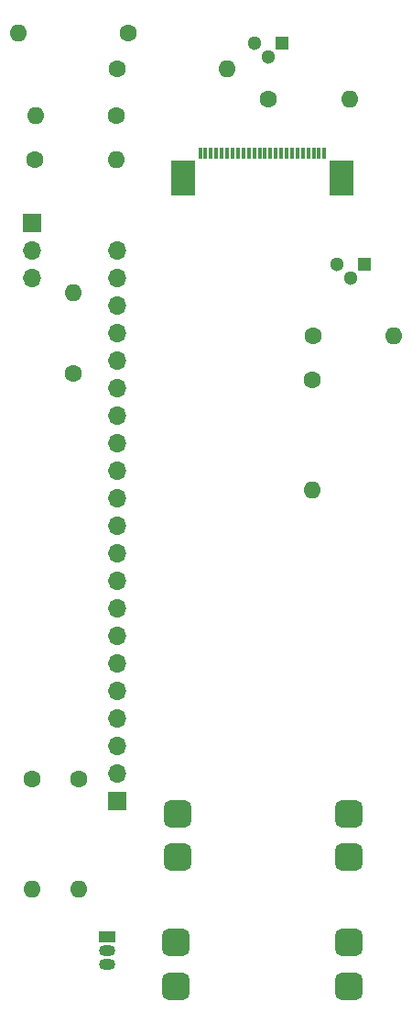
<source format=gts>
G04 #@! TF.GenerationSoftware,KiCad,Pcbnew,(6.0.11)*
G04 #@! TF.CreationDate,2023-02-17T15:41:11+01:00*
G04 #@! TF.ProjectId,vogelhuisje_camera_board,766f6765-6c68-4756-9973-6a655f63616d,rev?*
G04 #@! TF.SameCoordinates,Original*
G04 #@! TF.FileFunction,Soldermask,Top*
G04 #@! TF.FilePolarity,Negative*
%FSLAX46Y46*%
G04 Gerber Fmt 4.6, Leading zero omitted, Abs format (unit mm)*
G04 Created by KiCad (PCBNEW (6.0.11)) date 2023-02-17 15:41:11*
%MOMM*%
%LPD*%
G01*
G04 APERTURE LIST*
G04 Aperture macros list*
%AMRoundRect*
0 Rectangle with rounded corners*
0 $1 Rounding radius*
0 $2 $3 $4 $5 $6 $7 $8 $9 X,Y pos of 4 corners*
0 Add a 4 corners polygon primitive as box body*
4,1,4,$2,$3,$4,$5,$6,$7,$8,$9,$2,$3,0*
0 Add four circle primitives for the rounded corners*
1,1,$1+$1,$2,$3*
1,1,$1+$1,$4,$5*
1,1,$1+$1,$6,$7*
1,1,$1+$1,$8,$9*
0 Add four rect primitives between the rounded corners*
20,1,$1+$1,$2,$3,$4,$5,0*
20,1,$1+$1,$4,$5,$6,$7,0*
20,1,$1+$1,$6,$7,$8,$9,0*
20,1,$1+$1,$8,$9,$2,$3,0*%
G04 Aperture macros list end*
%ADD10R,1.300000X1.300000*%
%ADD11C,1.300000*%
%ADD12C,1.600000*%
%ADD13O,1.600000X1.600000*%
%ADD14R,2.200000X3.300000*%
%ADD15R,0.300000X1.100000*%
%ADD16RoundRect,0.625000X0.675000X0.625000X-0.675000X0.625000X-0.675000X-0.625000X0.675000X-0.625000X0*%
%ADD17R,1.500000X1.050000*%
%ADD18O,1.500000X1.050000*%
%ADD19R,1.700000X1.700000*%
%ADD20O,1.700000X1.700000*%
G04 APERTURE END LIST*
D10*
X116840000Y-60854000D03*
D11*
X115570000Y-62124000D03*
X114300000Y-60854000D03*
D10*
X124460000Y-81280000D03*
D11*
X123190000Y-82550000D03*
X121920000Y-81280000D03*
D12*
X115570000Y-66040000D03*
D13*
X123070000Y-66040000D03*
D14*
X107650000Y-73300000D03*
X122350000Y-73300000D03*
D15*
X120750000Y-71080000D03*
X120250000Y-71080000D03*
X119750000Y-71080000D03*
X119250000Y-71080000D03*
X118750000Y-71080000D03*
X118250000Y-71080000D03*
X117750000Y-71080000D03*
X117250000Y-71080000D03*
X116750000Y-71080000D03*
X116250000Y-71080000D03*
X115750000Y-71080000D03*
X115250000Y-71080000D03*
X114750000Y-71080000D03*
X114250000Y-71080000D03*
X113750000Y-71080000D03*
X113250000Y-71080000D03*
X112750000Y-71080000D03*
X112250000Y-71080000D03*
X111750000Y-71080000D03*
X111250000Y-71080000D03*
X110750000Y-71080000D03*
X110250000Y-71080000D03*
X109750000Y-71080000D03*
X109250000Y-71080000D03*
D16*
X123000000Y-147900000D03*
X123000000Y-143900000D03*
D12*
X102616000Y-59944000D03*
D13*
X92456000Y-59944000D03*
D17*
X100642000Y-143326000D03*
D18*
X100642000Y-144596000D03*
X100642000Y-145866000D03*
D16*
X107200000Y-136000000D03*
X107200000Y-132000000D03*
D12*
X119694000Y-87884000D03*
D13*
X127194000Y-87884000D03*
D12*
X119634000Y-91948000D03*
D13*
X119634000Y-102108000D03*
D19*
X101600000Y-130810000D03*
D20*
X101600000Y-128270000D03*
X101600000Y-125730000D03*
X101600000Y-123190000D03*
X101600000Y-120650000D03*
X101600000Y-118110000D03*
X101600000Y-115570000D03*
X101600000Y-113030000D03*
X101600000Y-110490000D03*
X101600000Y-107950000D03*
X101600000Y-105410000D03*
X101600000Y-102870000D03*
X101600000Y-100330000D03*
X101600000Y-97790000D03*
X101600000Y-95250000D03*
X101600000Y-92710000D03*
X101600000Y-90170000D03*
X101600000Y-87630000D03*
X101600000Y-85090000D03*
X101600000Y-82550000D03*
X101600000Y-80010000D03*
D12*
X101540000Y-67564000D03*
D13*
X94040000Y-67564000D03*
D16*
X123000000Y-136000000D03*
X123000000Y-132000000D03*
D12*
X93980000Y-71628000D03*
D13*
X101480000Y-71628000D03*
D12*
X93726000Y-128778000D03*
D13*
X93726000Y-138938000D03*
D12*
X101600000Y-63246000D03*
D13*
X111760000Y-63246000D03*
D16*
X107000000Y-147900000D03*
X107000000Y-143900000D03*
D12*
X97536000Y-91380000D03*
D13*
X97536000Y-83880000D03*
D12*
X98044000Y-128778000D03*
D13*
X98044000Y-138938000D03*
D19*
X93726000Y-77485000D03*
D20*
X93726000Y-80025000D03*
X93726000Y-82565000D03*
M02*

</source>
